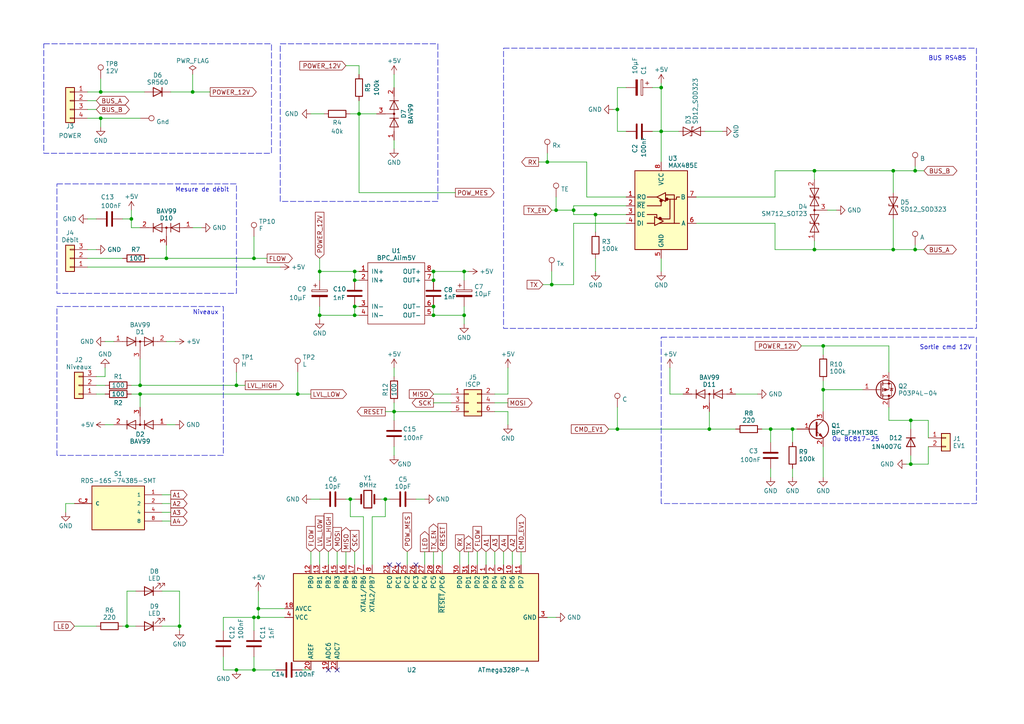
<source format=kicad_sch>
(kicad_sch (version 20230121) (generator eeschema)
  (paper "A4")
  (title_block (title "Esclave Oya AT328") (date "2025-03-02") (rev "Rev A") (company "BPC") (comment 1 "Alim 12V - Bus RS485 - cmd EV/Pompe - Niveaux - Débit") (comment 2 "Mesure alim"))
  (junction (at 265.43 49.53))
  (junction (at 172.72 62.23))
  (junction (at 55.88 26.67))
  (junction (at 179.07 31.75))
  (junction (at 134.62 78.74))
  (junction (at 38.1 63.5))
  (junction (at 134.62 91.44))
  (junction (at 74.93 179.07))
  (junction (at 191.77 25.4))
  (junction (at 191.77 38.1))
  (junction (at 29.21 34.29))
  (junction (at 111.76 144.78))
  (junction (at 36.83 181.61))
  (junction (at 114.3 119.38))
  (junction (at 29.21 26.67))
  (junction (at 40.64 111.76))
  (junction (at 73.66 179.07))
  (junction (at 259.08 72.39))
  (junction (at 40.64 114.3))
  (junction (at 74.93 176.53))
  (junction (at 125.73 91.44))
  (junction (at 223.52 124.46))
  (junction (at 265.43 72.39))
  (junction (at 52.07 181.61))
  (junction (at 160.02 82.55))
  (junction (at 102.87 88.9))
  (junction (at 166.37 60.96))
  (junction (at 92.71 78.74))
  (junction (at 101.6 144.78))
  (junction (at 158.75 46.99))
  (junction (at 179.07 124.46))
  (junction (at 102.87 81.28))
  (junction (at 125.73 88.9))
  (junction (at 229.87 124.46))
  (junction (at 73.66 74.93))
  (junction (at 125.73 81.28))
  (junction (at 264.16 134.62))
  (junction (at 236.22 49.53))
  (junction (at 48.26 74.93))
  (junction (at 236.22 72.39))
  (junction (at 125.73 78.74))
  (junction (at 259.08 49.53))
  (junction (at 102.87 91.44))
  (junction (at 73.66 194.31))
  (junction (at 92.71 91.44))
  (junction (at 86.36 114.3))
  (junction (at 102.87 78.74))
  (junction (at 68.58 194.31))
  (junction (at 68.58 111.76))
  (junction (at 161.29 60.96))
  (junction (at 238.76 100.33))
  (junction (at 238.76 113.03))
  (junction (at 205.74 124.46))
  (junction (at 104.14 33.02))
  (junction (at 264.16 121.92))
  (no_connect (at 97.79 194.31))
  (no_connect (at 120.65 163.83))
  (no_connect (at 115.57 163.83))
  (no_connect (at 113.03 163.83))
  (no_connect (at 95.25 194.31))
  (wire (pts (xy 55.88 26.67) (xy 60.96 26.67)))
  (wire (pts (xy 140.97 160.02) (xy 140.97 163.83)))
  (wire (pts (xy 40.64 111.76) (xy 38.1 111.76)))
  (wire (pts (xy 36.83 171.45) (xy 39.37 171.45)))
  (wire (pts (xy 265.43 48.26) (xy 265.43 49.53)))
  (wire (pts (xy 36.83 181.61) (xy 39.37 181.61)))
  (wire (pts (xy 102.87 88.9) (xy 104.14 88.9)))
  (wire (pts (xy 35.56 63.5) (xy 38.1 63.5)))
  (wire (pts (xy 38.1 114.3) (xy 40.64 114.3)))
  (wire (pts (xy 104.14 33.02) (xy 109.22 33.02)))
  (wire (pts (xy 158.75 46.99) (xy 170.18 46.99)))
  (wire (pts (xy 25.4 77.47) (xy 81.28 77.47)))
  (wire (pts (xy 102.87 78.74) (xy 104.14 78.74)))
  (wire (pts (xy 161.29 60.96) (xy 166.37 60.96)))
  (wire (pts (xy 30.48 106.68) (xy 30.48 109.22)))
  (wire (pts (xy 143.51 114.3) (xy 147.32 114.3)))
  (wire (pts (xy 179.07 31.75) (xy 179.07 25.4)))
  (wire (pts (xy 143.51 160.02) (xy 143.51 163.83)))
  (wire (pts (xy 30.48 111.76) (xy 27.94 111.76)))
  (wire (pts (xy 134.62 93.98) (xy 134.62 91.44)))
  (wire (pts (xy 21.59 181.61) (xy 27.94 181.61)))
  (wire (pts (xy 64.77 194.31) (xy 64.77 190.5)))
  (wire (pts (xy 102.87 160.02) (xy 102.87 163.83)))
  (wire (pts (xy 105.41 163.83) (xy 105.41 149.86)))
  (wire (pts (xy 194.31 114.3) (xy 198.12 114.3)))
  (wire (pts (xy 105.41 149.86) (xy 101.6 149.86)))
  (wire (pts (xy 92.71 78.74) (xy 102.87 78.74)))
  (wire (pts (xy 55.88 66.04) (xy 58.42 66.04)))
  (wire (pts (xy 238.76 129.54) (xy 238.76 138.43)))
  (wire (pts (xy 125.73 78.74) (xy 134.62 78.74)))
  (wire (pts (xy 25.4 26.67) (xy 29.21 26.67)))
  (wire (pts (xy 114.3 21.59) (xy 114.3 25.4)))
  (wire (pts (xy 100.33 160.02) (xy 100.33 163.83)))
  (wire (pts (xy 25.4 63.5) (xy 27.94 63.5)))
  (wire (pts (xy 120.65 144.78) (xy 123.19 144.78)))
  (wire (pts (xy 104.14 55.88) (xy 132.08 55.88)))
  (wire (pts (xy 25.4 74.93) (xy 35.56 74.93)))
  (wire (pts (xy 35.56 181.61) (xy 36.83 181.61)))
  (wire (pts (xy 48.26 123.19) (xy 50.8 123.19)))
  (wire (pts (xy 101.6 149.86) (xy 101.6 144.78)))
  (wire (pts (xy 143.51 119.38) (xy 147.32 119.38)))
  (wire (pts (xy 191.77 38.1) (xy 196.85 38.1)))
  (wire (pts (xy 40.64 114.3) (xy 40.64 118.11)))
  (wire (pts (xy 158.75 179.07) (xy 161.29 179.07)))
  (wire (pts (xy 224.79 72.39) (xy 224.79 64.77)))
  (wire (pts (xy 170.18 46.99) (xy 170.18 57.15)))
  (wire (pts (xy 29.21 36.83) (xy 29.21 34.29)))
  (wire (pts (xy 29.21 22.86) (xy 29.21 26.67)))
  (wire (pts (xy 92.71 160.02) (xy 92.71 163.83)))
  (wire (pts (xy 191.77 25.4) (xy 191.77 38.1)))
  (wire (pts (xy 238.76 100.33) (xy 238.76 102.87)))
  (wire (pts (xy 160.02 82.55) (xy 166.37 82.55)))
  (wire (pts (xy 143.51 116.84) (xy 147.32 116.84)))
  (wire (pts (xy 73.66 68.58) (xy 73.66 74.93)))
  (wire (pts (xy 265.43 72.39) (xy 267.97 72.39)))
  (wire (pts (xy 68.58 111.76) (xy 71.12 111.76)))
  (wire (pts (xy 123.19 160.02) (xy 123.19 163.83)))
  (wire (pts (xy 161.29 57.15) (xy 161.29 60.96)))
  (wire (pts (xy 262.89 134.62) (xy 264.16 134.62)))
  (wire (pts (xy 189.23 38.1) (xy 191.77 38.1)))
  (wire (pts (xy 104.14 55.88) (xy 104.14 33.02)))
  (wire (pts (xy 36.83 181.61) (xy 36.83 171.45)))
  (wire (pts (xy 134.62 78.74) (xy 135.89 78.74)))
  (wire (pts (xy 125.73 160.02) (xy 125.73 163.83)))
  (wire (pts (xy 125.73 88.9) (xy 125.73 91.44)))
  (wire (pts (xy 257.81 107.95) (xy 257.81 100.33)))
  (wire (pts (xy 43.18 74.93) (xy 48.26 74.93)))
  (wire (pts (xy 259.08 72.39) (xy 265.43 72.39)))
  (wire (pts (xy 128.27 160.02) (xy 128.27 163.83)))
  (wire (pts (xy 102.87 88.9) (xy 102.87 91.44)))
  (wire (pts (xy 191.77 74.93) (xy 191.77 78.74)))
  (wire (pts (xy 104.14 29.21) (xy 104.14 33.02)))
  (wire (pts (xy 25.4 29.21) (xy 27.94 29.21)))
  (wire (pts (xy 204.47 38.1) (xy 209.55 38.1)))
  (wire (pts (xy 107.95 149.86) (xy 111.76 149.86)))
  (wire (pts (xy 114.3 119.38) (xy 114.3 121.92)))
  (wire (pts (xy 265.43 71.12) (xy 265.43 72.39)))
  (wire (pts (xy 111.76 119.38) (xy 114.3 119.38)))
  (wire (pts (xy 146.05 160.02) (xy 146.05 163.83)))
  (wire (pts (xy 259.08 63.5) (xy 259.08 72.39)))
  (wire (pts (xy 125.73 116.84) (xy 130.81 116.84)))
  (wire (pts (xy 181.61 38.1) (xy 179.07 38.1)))
  (wire (pts (xy 49.53 26.67) (xy 55.88 26.67)))
  (wire (pts (xy 179.07 118.11) (xy 179.07 124.46)))
  (wire (pts (xy 38.1 63.5) (xy 38.1 66.04)))
  (wire (pts (xy 111.76 149.86) (xy 111.76 144.78)))
  (wire (pts (xy 90.17 160.02) (xy 90.17 163.83)))
  (wire (pts (xy 179.07 25.4) (xy 181.61 25.4)))
  (wire (pts (xy 73.66 74.93) (xy 77.47 74.93)))
  (wire (pts (xy 33.02 99.06) (xy 30.48 99.06)))
  (wire (pts (xy 236.22 49.53) (xy 259.08 49.53)))
  (wire (pts (xy 95.25 160.02) (xy 95.25 163.83)))
  (wire (pts (xy 223.52 135.89) (xy 223.52 138.43)))
  (wire (pts (xy 25.4 72.39) (xy 27.94 72.39)))
  (wire (pts (xy 90.17 33.02) (xy 93.98 33.02)))
  (wire (pts (xy 107.95 163.83) (xy 107.95 149.86)))
  (wire (pts (xy 73.66 182.88) (xy 73.66 179.07)))
  (wire (pts (xy 160.02 78.74) (xy 160.02 82.55)))
  (wire (pts (xy 92.71 92.71) (xy 92.71 91.44)))
  (wire (pts (xy 74.93 179.07) (xy 82.55 179.07)))
  (wire (pts (xy 92.71 81.28) (xy 92.71 78.74)))
  (wire (pts (xy 229.87 124.46) (xy 231.14 124.46)))
  (wire (pts (xy 114.3 109.22) (xy 114.3 106.68)))
  (wire (pts (xy 27.94 114.3) (xy 30.48 114.3)))
  (wire (pts (xy 100.33 19.05) (xy 104.14 19.05)))
  (wire (pts (xy 191.77 24.13) (xy 191.77 25.4)))
  (wire (pts (xy 205.74 124.46) (xy 213.36 124.46)))
  (wire (pts (xy 269.24 127) (xy 269.24 121.92)))
  (wire (pts (xy 138.43 160.02) (xy 138.43 163.83)))
  (wire (pts (xy 238.76 113.03) (xy 250.19 113.03)))
  (wire (pts (xy 48.26 71.12) (xy 48.26 74.93)))
  (wire (pts (xy 38.1 66.04) (xy 40.64 66.04)))
  (wire (pts (xy 269.24 129.54) (xy 269.24 134.62)))
  (wire (pts (xy 166.37 59.69) (xy 166.37 60.96)))
  (wire (pts (xy 236.22 49.53) (xy 236.22 52.07)))
  (wire (pts (xy 86.36 114.3) (xy 90.17 114.3)))
  (wire (pts (xy 201.93 64.77) (xy 224.79 64.77)))
  (wire (pts (xy 40.64 111.76) (xy 68.58 111.76)))
  (wire (pts (xy 87.63 194.31) (xy 90.17 194.31)))
  (wire (pts (xy 179.07 124.46) (xy 205.74 124.46)))
  (wire (pts (xy 177.8 31.75) (xy 179.07 31.75)))
  (wire (pts (xy 68.58 107.95) (xy 68.58 111.76)))
  (wire (pts (xy 172.72 74.93) (xy 172.72 78.74)))
  (wire (pts (xy 229.87 135.89) (xy 229.87 138.43)))
  (wire (pts (xy 52.07 171.45) (xy 52.07 181.61)))
  (wire (pts (xy 55.88 21.59) (xy 55.88 26.67)))
  (wire (pts (xy 201.93 57.15) (xy 224.79 57.15)))
  (wire (pts (xy 147.32 114.3) (xy 147.32 106.68)))
  (wire (pts (xy 114.3 129.54) (xy 114.3 132.08)))
  (wire (pts (xy 259.08 49.53) (xy 259.08 55.88)))
  (wire (pts (xy 236.22 72.39) (xy 224.79 72.39)))
  (wire (pts (xy 147.32 119.38) (xy 147.32 123.19)))
  (wire (pts (xy 40.64 104.14) (xy 40.64 111.76)))
  (wire (pts (xy 166.37 62.23) (xy 172.72 62.23)))
  (wire (pts (xy 259.08 49.53) (xy 265.43 49.53)))
  (wire (pts (xy 30.48 109.22) (xy 27.94 109.22)))
  (wire (pts (xy 134.62 88.9) (xy 134.62 91.44)))
  (wire (pts (xy 176.53 124.46) (xy 179.07 124.46)))
  (wire (pts (xy 238.76 110.49) (xy 238.76 113.03)))
  (wire (pts (xy 64.77 179.07) (xy 64.77 182.88)))
  (wire (pts (xy 25.4 31.75) (xy 27.94 31.75)))
  (wire (pts (xy 223.52 124.46) (xy 223.52 128.27)))
  (wire (pts (xy 264.16 121.92) (xy 264.16 124.46)))
  (wire (pts (xy 40.64 114.3) (xy 86.36 114.3)))
  (wire (pts (xy 30.48 123.19) (xy 33.02 123.19)))
  (wire (pts (xy 224.79 57.15) (xy 224.79 49.53)))
  (wire (pts (xy 213.36 114.3) (xy 219.71 114.3)))
  (wire (pts (xy 166.37 59.69) (xy 181.61 59.69)))
  (wire (pts (xy 160.02 60.96) (xy 161.29 60.96)))
  (wire (pts (xy 102.87 91.44) (xy 104.14 91.44)))
  (wire (pts (xy 74.93 171.45) (xy 74.93 176.53)))
  (wire (pts (xy 240.03 60.96) (xy 242.57 60.96)))
  (wire (pts (xy 50.8 99.06) (xy 48.26 99.06)))
  (wire (pts (xy 92.71 91.44) (xy 92.71 88.9)))
  (wire (pts (xy 90.17 144.78) (xy 92.71 144.78)))
  (wire (pts (xy 166.37 64.77) (xy 181.61 64.77)))
  (wire (pts (xy 224.79 49.53) (xy 236.22 49.53)))
  (wire (pts (xy 189.23 25.4) (xy 191.77 25.4)))
  (wire (pts (xy 194.31 106.68) (xy 194.31 114.3)))
  (wire (pts (xy 229.87 124.46) (xy 229.87 128.27)))
  (wire (pts (xy 73.66 179.07) (xy 74.93 179.07)))
  (wire (pts (xy 238.76 100.33) (xy 257.81 100.33)))
  (wire (pts (xy 73.66 190.5) (xy 73.66 194.31)))
  (wire (pts (xy 265.43 49.53) (xy 267.97 49.53)))
  (wire (pts (xy 100.33 144.78) (xy 101.6 144.78)))
  (wire (pts (xy 82.55 176.53) (xy 74.93 176.53)))
  (wire (pts (xy 257.81 118.11) (xy 257.81 121.92)))
  (wire (pts (xy 118.11 160.02) (xy 118.11 163.83)))
  (wire (pts (xy 264.16 132.08) (xy 264.16 134.62)))
  (wire (pts (xy 21.59 146.05) (xy 19.05 146.05)))
  (wire (pts (xy 156.21 46.99) (xy 158.75 46.99)))
  (wire (pts (xy 110.49 144.78) (xy 111.76 144.78)))
  (wire (pts (xy 73.66 179.07) (xy 64.77 179.07)))
  (wire (pts (xy 19.05 146.05) (xy 19.05 148.59)))
  (wire (pts (xy 133.35 160.02) (xy 133.35 163.83)))
  (wire (pts (xy 97.79 160.02) (xy 97.79 163.83)))
  (wire (pts (xy 172.72 62.23) (xy 181.61 62.23)))
  (wire (pts (xy 114.3 40.64) (xy 114.3 43.18)))
  (wire (pts (xy 68.58 194.31) (xy 73.66 194.31)))
  (wire (pts (xy 46.99 148.59) (xy 49.53 148.59)))
  (wire (pts (xy 46.99 181.61) (xy 52.07 181.61)))
  (wire (pts (xy 114.3 116.84) (xy 114.3 119.38)))
  (wire (pts (xy 104.14 19.05) (xy 104.14 21.59)))
  (wire (pts (xy 38.1 60.96) (xy 38.1 63.5)))
  (wire (pts (xy 158.75 44.45) (xy 158.75 46.99)))
  (wire (pts (xy 125.73 78.74) (xy 125.73 81.28)))
  (wire (pts (xy 92.71 74.93) (xy 92.71 78.74)))
  (wire (pts (xy 269.24 121.92) (xy 264.16 121.92)))
  (wire (pts (xy 172.72 62.23) (xy 172.72 67.31)))
  (wire (pts (xy 46.99 143.51) (xy 49.53 143.51)))
  (wire (pts (xy 46.99 151.13) (xy 49.53 151.13)))
  (wire (pts (xy 264.16 121.92) (xy 257.81 121.92)))
  (wire (pts (xy 264.16 134.62) (xy 269.24 134.62)))
  (wire (pts (xy 125.73 91.44) (xy 134.62 91.44)))
  (wire (pts (xy 29.21 26.67) (xy 41.91 26.67)))
  (wire (pts (xy 101.6 144.78) (xy 102.87 144.78)))
  (wire (pts (xy 29.21 34.29) (xy 25.4 34.29)))
  (wire (pts (xy 151.13 160.02) (xy 151.13 163.83)))
  (wire (pts (xy 74.93 176.53) (xy 74.93 179.07)))
  (wire (pts (xy 46.99 171.45) (xy 52.07 171.45)))
  (wire (pts (xy 86.36 107.95) (xy 86.36 114.3)))
  (wire (pts (xy 223.52 124.46) (xy 229.87 124.46)))
  (wire (pts (xy 52.07 181.61) (xy 52.07 182.88)))
  (wire (pts (xy 102.87 78.74) (xy 102.87 81.28)))
  (wire (pts (xy 157.48 82.55) (xy 160.02 82.55)))
  (wire (pts (xy 114.3 119.38) (xy 130.81 119.38)))
  (wire (pts (xy 46.99 146.05) (xy 49.53 146.05)))
  (wire (pts (xy 166.37 60.96) (xy 166.37 62.23)))
  (wire (pts (xy 191.77 38.1) (xy 191.77 46.99)))
  (wire (pts (xy 125.73 114.3) (xy 130.81 114.3)))
  (wire (pts (xy 166.37 82.55) (xy 166.37 64.77)))
  (wire (pts (xy 134.62 78.74) (xy 134.62 81.28)))
  (wire (pts (xy 238.76 113.03) (xy 238.76 119.38)))
  (wire (pts (xy 148.59 160.02) (xy 148.59 163.83)))
  (wire (pts (xy 92.71 91.44) (xy 102.87 91.44)))
  (wire (pts (xy 68.58 194.31) (xy 64.77 194.31)))
  (wire (pts (xy 48.26 74.93) (xy 73.66 74.93)))
  (wire (pts (xy 179.07 38.1) (xy 179.07 31.75)))
  (wire (pts (xy 40.64 34.29) (xy 29.21 34.29)))
  (wire (pts (xy 205.74 119.38) (xy 205.74 124.46)))
  (wire (pts (xy 135.89 160.02) (xy 135.89 163.83)))
  (wire (pts (xy 236.22 69.85) (xy 236.22 72.39)))
  (wire (pts (xy 73.66 194.31) (xy 80.01 194.31)))
  (wire (pts (xy 111.76 144.78) (xy 113.03 144.78)))
  (wire (pts (xy 232.41 100.33) (xy 238.76 100.33)))
  (wire (pts (xy 102.87 81.28) (xy 104.14 81.28)))
  (wire (pts (xy 181.61 57.15) (xy 170.18 57.15)))
  (wire (pts (xy 101.6 33.02) (xy 104.14 33.02)))
  (wire (pts (xy 236.22 72.39) (xy 259.08 72.39)))
  (wire (pts (xy 220.98 124.46) (xy 223.52 124.46)))
  (rectangle (start 191.77 97.79) (end 283.21 146.05) (stroke (width 0) (type dash)))
  (rectangle (start 16.51 88.9) (end 64.77 132.08) (stroke (width 0) (type dash)))
  (rectangle (start 146.05 13.97) (end 283.21 95.25) (stroke (width 0) (type dash)))
  (rectangle (start 12.7 12.7) (end 78.74 44.45) (stroke (width 0) (type dash)))
  (rectangle (start 81.28 12.7) (end 127 58.42) (stroke (width 0) (type dash)))
  (rectangle (start 16.51 53.34) (end 68.58 85.09) (stroke (width 0) (type dash)))
  (text "BUS RS485" (at 269.24 17.78 0) (effects (font (size 1.27 1.27)) (justify left bottom)))
  (text "Sortie cmd 12V" (at 266.7 101.6 0) (effects (font (size 1.27 1.27)) (justify left bottom)))
  (text "Mesure de débit" (at 50.8 55.88 0) (effects (font (size 1.27 1.27)) (justify left bottom)))
  (text "Ou BC817-25" (at 241.3 128.27 0) (effects (font (size 1.27 1.27)) (justify left bottom)))
  (text "Niveaux" (at 55.88 91.44 0) (effects (font (size 1.27 1.27)) (justify left bottom)))
  (global_label "LED" (shape output) (at 123.19 160.02 90) (property "Intersheetrefs" "${INTERSHEET_REFS}" (effects hide)))
  (global_label "SCK" (shape output) (at 125.73 116.84 180) (property "Intersheetrefs" "${INTERSHEET_REFS}" (effects hide)))
  (global_label "FLOW" (shape output) (at 77.47 74.93 0) (property "Intersheetrefs" "${INTERSHEET_REFS}" (effects hide)))
  (global_label "MOSI" (shape output) (at 147.32 116.84 0) (property "Intersheetrefs" "${INTERSHEET_REFS}" (effects hide)))
  (global_label "A1" (shape output) (at 49.53 143.51 0) (property "Intersheetrefs" "${INTERSHEET_REFS}" (effects hide)))
  (global_label "BUS_B" (shape tri_state) (at 27.94 31.75 0) (property "Intersheetrefs" "${INTERSHEET_REFS}" (effects hide)))
  (global_label "BUS_B" (shape tri_state) (at 267.97 49.53 0) (property "Intersheetrefs" "${INTERSHEET_REFS}" (effects hide)))
  (global_label "POWER_12V" (shape input) (at 100.33 19.05 180) (property "Intersheetrefs" "${INTERSHEET_REFS}" (effects hide)))
  (global_label "MOSI" (shape input) (at 97.79 160.02 90) (property "Intersheetrefs" "${INTERSHEET_REFS}" (effects hide)))
  (global_label "LVL_LOW" (shape input) (at 92.71 160.02 90) (property "Intersheetrefs" "${INTERSHEET_REFS}" (effects hide)))
  (global_label "CMD_EV1" (shape input) (at 176.53 124.46 180) (property "Intersheetrefs" "${INTERSHEET_REFS}" (effects hide)))
  (global_label "BUS_A" (shape tri_state) (at 267.97 72.39 0) (property "Intersheetrefs" "${INTERSHEET_REFS}" (effects hide)))
  (global_label "TX_EN" (shape output) (at 125.73 160.02 90) (property "Intersheetrefs" "${INTERSHEET_REFS}" (effects hide)))
  (global_label "A2" (shape output) (at 49.53 146.05 0) (property "Intersheetrefs" "${INTERSHEET_REFS}" (effects hide)))
  (global_label "A3" (shape input) (at 143.51 160.02 90) (property "Intersheetrefs" "${INTERSHEET_REFS}" (effects hide)))
  (global_label "FLOW" (shape input) (at 138.43 160.02 90) (property "Intersheetrefs" "${INTERSHEET_REFS}" (effects hide)))
  (global_label "POW_MES" (shape output) (at 132.08 55.88 0) (property "Intersheetrefs" "${INTERSHEET_REFS}" (effects hide)))
  (global_label "LVL_HIGH" (shape input) (at 95.25 160.02 90) (property "Intersheetrefs" "${INTERSHEET_REFS}" (effects hide)))
  (global_label "BUS_A" (shape tri_state) (at 27.94 29.21 0) (property "Intersheetrefs" "${INTERSHEET_REFS}" (effects hide)))
  (global_label "MISO" (shape input) (at 125.73 114.3 180) (property "Intersheetrefs" "${INTERSHEET_REFS}" (effects hide)))
  (global_label "POWER_12V" (shape input) (at 92.71 74.93 90) (property "Intersheetrefs" "${INTERSHEET_REFS}" (effects hide)))
  (global_label "MISO" (shape output) (at 100.33 160.02 90) (property "Intersheetrefs" "${INTERSHEET_REFS}" (effects hide)))
  (global_label "RESET" (shape input) (at 128.27 160.02 90) (property "Intersheetrefs" "${INTERSHEET_REFS}" (effects hide)))
  (global_label "RX" (shape output) (at 156.21 46.99 180) (property "Intersheetrefs" "${INTERSHEET_REFS}" (effects hide)))
  (global_label "POW_MES" (shape input) (at 118.11 160.02 90) (property "Intersheetrefs" "${INTERSHEET_REFS}" (effects hide)))
  (global_label "TX" (shape output) (at 135.89 160.02 90) (property "Intersheetrefs" "${INTERSHEET_REFS}" (effects hide)))
  (global_label "A1" (shape input) (at 140.97 160.02 90) (property "Intersheetrefs" "${INTERSHEET_REFS}" (effects hide)))
  (global_label "POWER_12V" (shape output) (at 60.96 26.67 0) (property "Intersheetrefs" "${INTERSHEET_REFS}" (effects hide)))
  (global_label "A2" (shape input) (at 148.59 160.02 90) (property "Intersheetrefs" "${INTERSHEET_REFS}" (effects hide)))
  (global_label "RX" (shape input) (at 133.35 160.02 90) (property "Intersheetrefs" "${INTERSHEET_REFS}" (effects hide)))
  (global_label "SCK" (shape input) (at 102.87 160.02 90) (property "Intersheetrefs" "${INTERSHEET_REFS}" (effects hide)))
  (global_label "LVL_LOW" (shape output) (at 90.17 114.3 0) (property "Intersheetrefs" "${INTERSHEET_REFS}" (effects hide)))
  (global_label "TX_EN" (shape input) (at 160.02 60.96 180) (property "Intersheetrefs" "${INTERSHEET_REFS}" (effects hide)))
  (global_label "TX" (shape input) (at 157.48 82.55 180) (property "Intersheetrefs" "${INTERSHEET_REFS}" (effects hide)))
  (global_label "RESET" (shape output) (at 111.76 119.38 180) (property "Intersheetrefs" "${INTERSHEET_REFS}" (effects hide)))
  (global_label "CMD_EV1" (shape output) (at 151.13 160.02 90) (property "Intersheetrefs" "${INTERSHEET_REFS}" (effects hide)))
  (global_label "LED" (shape input) (at 21.59 181.61 180) (property "Intersheetrefs" "${INTERSHEET_REFS}" (effects hide)))
  (global_label "A3" (shape output) (at 49.53 148.59 0) (property "Intersheetrefs" "${INTERSHEET_REFS}" (effects hide)))
  (global_label "A4" (shape input) (at 146.05 160.02 90) (property "Intersheetrefs" "${INTERSHEET_REFS}" (effects hide)))
  (global_label "A4" (shape output) (at 49.53 151.13 0) (property "Intersheetrefs" "${INTERSHEET_REFS}" (effects hide)))
  (global_label "POWER_12V" (shape input) (at 232.41 100.33 180) (property "Intersheetrefs" "${INTERSHEET_REFS}" (effects hide)))
  (global_label "FLOW" (shape input) (at 90.17 160.02 90) (property "Intersheetrefs" "${INTERSHEET_REFS}" (effects hide)))
  (global_label "LVL_HIGH" (shape output) (at 71.12 111.76 0) (property "Intersheetrefs" "${INTERSHEET_REFS}" (effects hide)))
  (symbol (lib_id "Device:C") (at 83.82 194.31 90) (unit 1)
    (property "Reference" "C14" (at 82.55 195.58 90) (effects (justify left)))
    (property "Value" "100nF" (at 91.44 195.58 90) (effects (justify left)))
    (property "Footprint" "Capacitor_SMD:C_0805_2012Metric" (effects hide))
    (property "RefFabricant" "C0603C104K1RACTU" (effects hide))
    (property "RefFournisseur" "4199453" (effects hide))
    (property "Fabricant" "KEMET" (effects hide))
    (property "Fournisseur" "Farnell" (effects hide))
    (property "Description" "Condensateur céramique 100nF" (effects hide))
    (property "Price" "0,42" (effects hide))
  )
  (symbol (lib_id "Diode:BAV99") (at 205.74 114.3 0) (mirror y) (unit 1)
    (property "Reference" "D11" (at 205.74 111.5234 0))
    (property "Value" "BAV99" (at 205.74 109.4754 0))
    (property "Footprint" "Package_TO_SOT_SMD:SOT-23" (effects hide))
    (property "Datasheet" "https://assets.nexperia.com/documents/data-sheet/BAV99_SER.pdf" (effects hide))
    (property "RefFabricant" "BAV99" (effects hide))
    (property "RefFournisseur" "2675152" (effects hide))
    (property "Fabricant" "MULTICOMP PRO" (effects hide))
    (property "Fournisseur" "Farnell" (effects hide))
    (property "Description" "Diodes signaux faibles" (effects hide))
    (property "Price" "0,0994" (effects hide))
  )
  (symbol (lib_id "power:+5V") (at 147.32 106.68 0) (unit 1)
    (property "Reference" "#PWR038" (effects hide))
    (property "Value" "+5V" (at 147.32 102.735 0))
  )
  (symbol (lib_id "power:GND") (at 114.3 132.08 0) (unit 1)
    (property "Reference" "#PWR026" (effects hide))
    (property "Value" "GND" (at 119.38 134.62 0) (effects (justify right)))
  )
  (symbol (lib_id "Device:R") (at 114.3 113.03 180) (unit 1)
    (property "Reference" "R12" (at 111.76 113.03 90))
    (property "Value" "100" (at 114.3 113.03 90))
    (property "Footprint" "Resistor_SMD:R_0805_2012Metric_Pad1.20x1.40mm_HandSolder" (effects hide))
    (property "RefFabricant" "CRCW0805100RFKTA" (effects hide))
    (property "RefFournisseur" "1652906" (effects hide))
    (property "Fabricant" "VISHAY" (effects hide))
    (property "Fournisseur" "Farnell" (effects hide))
    (property "Description" "Résistance 100 Ohms" (effects hide))
    (property "Price" "0,0522" (effects hide))
  )
  (symbol (lib_id "bpc:BPC_RDS-16S-74385-SMT") (at 34.29 146.05 0) (unit 1)
    (property "Reference" "S1" (at 34.29 137.39 0))
    (property "Value" "RDS-16S-74385-SMT" (at 34.29 139.438 0))
    (property "Footprint" "bpc:BPC_RDS-16S-74385-SMT" (effects hide))
    (property "MF" "CUI Devices" (effects hide))
    (property "MAXIMUM_PACKAGE_HEIGHT" "8.35mm" (effects hide))
    (property "Package" "None" (effects hide))
    (property "Price" "2,76" (effects hide))
    (property "Check_prices" "https://www.snapeda.com/parts/RDS-16S-74385-SMT/CUI+Devices/view-part/?ref=eda" (effects hide))
    (property "STANDARD" "Manufacturer Recommendations" (effects hide))
    (property "PARTREV" "1.0" (effects hide))
    (property "SnapEDA_Link" "https://www.snapeda.com/parts/RDS-16S-74385-SMT/CUI+Devices/view-part/?ref=snap" (effects hide))
    (property "MP" "RDS-16S-74385-SMT" (effects hide))
    (property "Description" "Switch rotatif 16 positions" (effects hide))
    (property "CUI_purchase_URL" "https://www.cuidevices.com/product/switches/dip-switches/rds-16s-74385-smt?utm_source=snapeda.com&utm_medium=referral&utm_campaign=snapedaBOM" (effects hide))
    (property "Availability" "In Stock" (effects hide))
    (property "MANUFACTURER" "CUI Devices" (effects hide))
    (property "RefFabricant" "RDS-16S-74385-SMT-TR" (effects hide))
    (property "Fabricant" "CUI Devices" (effects hide))
    (property "Purchase-URL" "https://www.digikey.at/en/products/detail/cui-devices/RDS-16S-74385-SMT-TR/13530571" (effects hide))
    (property "Fournisseur" "Digikey" (effects hide))
  )
  (symbol (lib_id "power:GND") (at 52.07 182.88 0) (unit 1)
    (property "Reference" "#PWR017" (effects hide))
    (property "Value" "GND" (at 52.07 186.825 0))
  )
  (symbol (lib_id "bpc:BPC_FMMT38C") (at 236.22 124.46 0) (unit 1)
    (property "Reference" "Q1" (at 241.0714 123.436 0) (effects (justify left)))
    (property "Value" "BPC_FMMT38C" (at 241.0714 125.484 0) (effects (justify left)))
    (property "Footprint" "bpc:BPC_SOT-23-3" (effects hide))
    (property "RefFabricant" "FMMT38C" (effects hide))
    (property "RefFournisseur" "9526315" (effects hide))
    (property "Fabricant" "DIODES" (effects hide))
    (property "Fournisseur" "Farnell" (effects hide))
    (property "Description" "Transistor NPN" (effects hide))
    (property "Price" "1,1844" (effects hide))
  )
  (symbol (lib_id "power:GND") (at 229.87 138.43 0) (unit 1)
    (property "Reference" "#PWR030" (effects hide))
    (property "Value" "GND" (at 229.87 142.375 0))
  )
  (symbol (lib_id "power:GND") (at 123.19 144.78 90) (unit 1)
    (property "Reference" "#PWR034" (effects hide))
    (property "Value" "GND" (at 126.365 144.78 90) (effects (justify right)))
  )
  (symbol (lib_id "Device:R") (at 104.14 25.4 180) (unit 1)
    (property "Reference" "R5" (at 106.68 25.4 90))
    (property "Value" "100k" (at 109.22 25.4 90))
    (property "Footprint" "Resistor_SMD:R_0805_2012Metric_Pad1.20x1.40mm_HandSolder" (effects hide))
    (property "RefFabricant" "MCHVR05JTEW1003" (effects hide))
    (property "RefFournisseur" "2826073" (effects hide))
    (property "Fabricant" "MULTICOMP PRO" (effects hide))
    (property "Fournisseur" "Farnell" (effects hide))
    (property "Description" "Résistance 100 kOhms" (effects hide))
    (property "Price" "0,0522" (effects hide))
  )
  (symbol (lib_id "Device:LED") (at 43.18 181.61 180) (unit 1)
    (property "Reference" "D9" (at 44.7675 175.871 0))
    (property "Value" "LED" (at 44.7675 177.919 0))
    (property "Footprint" "LED_SMD:LED_0805_2012Metric_Pad1.15x1.40mm_HandSolder" (effects hide))
    (property "RefFabricant" "SML-D14VWT86C" (effects hide))
    (property "RefFournisseur" "2829438" (effects hide))
    (property "Fabricant" "ROHM" (effects hide))
    (property "Fournisseur" "Farnell" (effects hide))
    (property "Description" "LED rouge 805" (effects hide))
    (property "Price" "0,4992" (effects hide))
  )
  (symbol (lib_id "Device:C") (at 223.52 132.08 0) (unit 1)
    (property "Reference" "C3" (at 217.17 130.81 0) (effects (justify left)))
    (property "Value" "100nF" (at 214.63 133.35 0) (effects (justify left)))
    (property "Footprint" "Capacitor_SMD:C_0805_2012Metric" (effects hide))
    (property "RefFabricant" "C0603C104K1RACTU" (effects hide))
    (property "RefFournisseur" "4199453" (effects hide))
    (property "Fabricant" "KEMET" (effects hide))
    (property "Fournisseur" "Farnell" (effects hide))
    (property "Description" "Condensateur céramique 100nF" (effects hide))
    (property "Price" "0,42" (effects hide))
  )
  (symbol (lib_id "Connector:TestPoint") (at 73.66 68.58 0) (unit 1)
    (property "Reference" "TP10" (at 75.057 64.254 0) (effects (justify left)))
    (property "Value" "F" (at 75.057 66.302 0) (effects (justify left)))
    (property "Footprint" "TestPoint:TestPoint_Pad_D1.0mm" (effects hide))
    (property "Price" "0" (effects hide))
  )
  (symbol (lib_id "power:GND") (at 114.3 43.18 0) (unit 1)
    (property "Reference" "#PWR016" (effects hide))
    (property "Value" "GND" (at 114.3 47.125 0))
  )
  (symbol (lib_id "Diode:BAV99") (at 48.26 66.04 0) (mirror y) (unit 1)
    (property "Reference" "D10" (at 48.26 63.2634 0))
    (property "Value" "BAV99" (at 48.26 61.2154 0))
    (property "Footprint" "Package_TO_SOT_SMD:SOT-23" (effects hide))
    (property "Datasheet" "https://assets.nexperia.com/documents/data-sheet/BAV99_SER.pdf" (effects hide))
    (property "RefFabricant" "BAV99" (effects hide))
    (property "RefFournisseur" "2675152" (effects hide))
    (property "Fabricant" "MULTICOMP PRO" (effects hide))
    (property "Fournisseur" "Farnell" (effects hide))
    (property "Description" "Diodes signaux faibles" (effects hide))
    (property "Price" "0,0994" (effects hide))
  )
  (symbol (lib_id "power:PWR_FLAG") (at 55.88 21.59 0) (unit 1)
    (property "Reference" "#FLG02" (effects hide))
    (property "Value" "PWR_FLAG" (at 55.88 17.645 0))
  )
  (symbol (lib_id "power:+5V") (at 191.77 24.13 0) (unit 1)
    (property "Reference" "#PWR04" (effects hide))
    (property "Value" "+5V" (at 191.77 20.185 0))
  )
  (symbol (lib_id "power:GND") (at 29.21 36.83 0) (unit 1)
    (property "Reference" "#PWR013" (effects hide))
    (property "Value" "GND" (at 29.21 40.775 0))
  )
  (symbol (lib_id "power:+5V") (at 30.48 123.19 90) (unit 1)
    (property "Reference" "#PWR043" (effects hide))
    (property "Value" "+5V" (at 27.3051 123.19 90) (effects (justify left)))
  )
  (symbol (lib_id "Device:R") (at 238.76 106.68 0) (unit 1)
    (property "Reference" "R10" (at 240.538 105.656 0) (effects (justify left)))
    (property "Value" "100k" (at 240.538 107.704 0) (effects (justify left)))
    (property "Footprint" "Resistor_SMD:R_0805_2012Metric_Pad1.20x1.40mm_HandSolder" (effects hide))
    (property "RefFabricant" "MCHVR05JTEW1003" (effects hide))
    (property "RefFournisseur" "2826073" (effects hide))
    (property "Fabricant" "MULTICOMP PRO" (effects hide))
    (property "Fournisseur" "Farnell" (effects hide))
    (property "Description" "Résistance 100 kOhms" (effects hide))
    (property "Price" "0,0522" (effects hide))
  )
  (symbol (lib_id "power:GND") (at 238.76 138.43 0) (unit 1)
    (property "Reference" "#PWR031" (effects hide))
    (property "Value" "GND" (at 238.76 142.375 0))
  )
  (symbol (lib_id "Device:C") (at 114.3 125.73 0) (unit 1)
    (property "Reference" "C15" (at 116.84 124.46 0) (effects (justify left)))
    (property "Value" "100nF" (at 116.84 127 0) (effects (justify left)))
    (property "Footprint" "Capacitor_SMD:C_0805_2012Metric" (effects hide))
    (property "RefFabricant" "C0603C104K1RACTU" (effects hide))
    (property "RefFournisseur" "4199453" (effects hide))
    (property "Fabricant" "KEMET" (effects hide))
    (property "Fournisseur" "Farnell" (effects hide))
    (property "Description" "Condensateur céramique 100nF" (effects hide))
    (property "Price" "0,42" (effects hide))
  )
  (symbol (lib_id "power:GND") (at 242.57 60.96 90) (unit 1)
    (property "Reference" "#PWR012" (effects hide))
    (property "Value" "GND" (at 245.745 60.96 90) (effects (justify right)))
  )
  (symbol (lib_id "Device:C") (at 64.77 186.69 0) (unit 1)
    (property "Reference" "C12" (at 67.31 185.42 90) (effects (justify left)))
    (property "Value" "100nF" (at 69.85 185.42 90) (effects (justify left)))
    (property "Footprint" "Capacitor_SMD:C_0805_2012Metric" (effects hide))
    (property "RefFabricant" "C0603C104K1RACTU" (effects hide))
    (property "RefFournisseur" "4199453" (effects hide))
    (property "Fabricant" "KEMET" (effects hide))
    (property "Fournisseur" "Farnell" (effects hide))
    (property "Description" "Condensateur céramique 100nF" (effects hide))
    (property "Price" "0,42" (effects hide))
  )
  (symbol (lib_id "Device:D") (at 45.72 26.67 180) (unit 1)
    (property "Reference" "D6" (at 45.72 21.82 0))
    (property "Value" "SR560" (at 45.72 23.868 0))
    (property "Footprint" "Diode_THT:D_DO-15_P12.70mm_Horizontal" (effects hide))
    (property "Sim.Device" "D" (effects hide))
    (property "Sim.Pins" "1=K 2=A" (effects hide))
    (property "RefFabricant" "SR560" (effects hide))
    (property "RefFournisseur" "2675411" (effects hide))
    (property "Fabricant" "MULTICOMP PRO" (effects hide))
    (property "Fournisseur" "Farnell" (effects hide))
    (property "Description" "Diode de redressement SR560" (effects hide))
    (property "Price" "0,5844" (effects hide))
  )
  (symbol (lib_id "power:GND") (at 177.8 31.75 270) (unit 1)
    (property "Reference" "#PWR07" (effects hide))
    (property "Value" "GND" (at 174.6251 31.75 90) (effects (justify right)))
  )
  (symbol (lib_id "Diode:BAV99") (at 40.64 123.19 180) (unit 1)
    (property "Reference" "D2" (at 40.64 125.9666 0))
    (property "Value" "BAV99" (at 40.64 128.0146 0))
    (property "Footprint" "Package_TO_SOT_SMD:SOT-23" (effects hide))
    (property "Datasheet" "https://assets.nexperia.com/documents/data-sheet/BAV99_SER.pdf" (effects hide))
    (property "RefFabricant" "BAV99" (effects hide))
    (property "RefFournisseur" "2675152" (effects hide))
    (property "Fabricant" "MULTICOMP PRO" (effects hide))
    (property "Fournisseur" "Farnell" (effects hide))
    (property "Description" "Diodes signaux faibles" (effects hide))
    (property "Price" "0,0994" (effects hide))
  )
  (symbol (lib_id "power:GND") (at 262.89 134.62 270) (unit 1)
    (property "Reference" "#PWR032" (effects hide))
    (property "Value" "GND" (at 255.27 134.62 90) (effects (justify left)))
  )
  (symbol (lib_id "Device:C") (at 125.73 85.09 0) (unit 1)
    (property "Reference" "C8" (at 128.651 84.066 0) (effects (justify left)))
    (property "Value" "1nF" (at 128.651 86.114 0) (effects (justify left)))
    (property "Footprint" "Capacitor_SMD:C_0603_1608Metric" (effects hide))
    (property "RefFabricant" "C0603X102J5GACAUTO" (effects hide))
    (property "RefFournisseur" "2219417" (effects hide))
    (property "Fabricant" "KEMET" (effects hide))
    (property "Fournisseur" "Farnell" (effects hide))
    (property "Description" "Condensateur céramique 1nF" (effects hide))
    (property "Price" "0,42" (effects hide))
  )
  (symbol (lib_id "power:GND") (at 50.8 123.19 90) (unit 1)
    (property "Reference" "#PWR05" (effects hide))
    (property "Value" "GND" (at 53.975 123.19 90) (effects (justify right)))
  )
  (symbol (lib_id "Diode:SD12_SOD323") (at 259.08 59.69 90) (unit 1)
    (property "Reference" "D5" (at 261.0866 58.666 90) (effects (justify right)))
    (property "Value" "SD12_SOD323" (at 261.0866 60.714 90) (effects (justify right)))
    (property "Footprint" "Diode_SMD:D_SOD-323" (effects hide))
    (property "Datasheet" "https://www.littelfuse.com/~/media/electronics/datasheets/tvs_diode_arrays/littelfuse_tvs_diode_array_sd_c_datasheet.pdf.pdf" (effects hide))
    (property "RefFabricant" "SD12-7" (effects hide))
    (property "RefFournisseur" "3945781RL" (effects hide))
    (property "Fabricant" "DIODES INC" (effects hide))
    (property "Fournisseur" "Farnell" (effects hide))
    (property "Description" "Diodes TVS simples" (effects hide))
    (property "Price" "0,1272" (effects hide))
  )
  (symbol (lib_id "power:GND") (at 90.17 144.78 270) (unit 1)
    (property "Reference" "#PWR011" (effects hide))
    (property "Value" "GND" (at 86.9951 144.78 90) (effects (justify right)))
  )
  (symbol (lib_id "Device:R") (at 34.29 114.3 90) (unit 1)
    (property "Reference" "R2" (at 34.29 116.84 90))
    (property "Value" "100" (at 34.29 114.3 90))
    (property "Footprint" "Resistor_SMD:R_0805_2012Metric_Pad1.20x1.40mm_HandSolder" (effects hide))
    (property "RefFabricant" "CRCW0805100RFKTA" (effects hide))
    (property "RefFournisseur" "1652906" (effects hide))
    (property "Fabricant" "VISHAY" (effects hide))
    (property "Fournisseur" "Farnell" (effects hide))
    (property "Description" "Résistance 100 Ohms" (effects hide))
    (property "Price" "0,0522" (effects hide))
  )
  (symbol (lib_id "power:GND") (at 25.4 63.5 270) (unit 1)
    (property "Reference" "#PWR040" (effects hide))
    (property "Value" "GND" (at 22.2251 63.5 90) (effects (justify right)))
  )
  (symbol (lib_id "power:GND") (at 27.94 72.39 90) (unit 1)
    (property "Reference" "#PWR019" (effects hide))
    (property "Value" "GND" (at 31.115 72.39 90) (effects (justify right)))
  )
  (symbol (lib_id "Device:R") (at 39.37 74.93 90) (unit 1)
    (property "Reference" "R7" (at 39.37 72.39 90))
    (property "Value" "100" (at 39.37 74.93 90))
    (property "Footprint" "Resistor_SMD:R_0805_2012Metric_Pad1.20x1.40mm_HandSolder" (effects hide))
    (property "RefFabricant" "CRCW0805100RFKTA" (effects hide))
    (property "RefFournisseur" "1652906" (effects hide))
    (property "Fabricant" "VISHAY" (effects hide))
    (property "Fournisseur" "Farnell" (effects hide))
    (property "Description" "Résistance 100 Ohms" (effects hide))
    (property "Price" "0,0522" (effects hide))
  )
  (symbol (lib_id "Device:D") (at 264.16 128.27 270) (unit 1)
    (property "Reference" "D12" (at 257.81 127 90) (effects (justify left)))
    (property "Value" "1N4007G" (at 252.73 129.54 90) (effects (justify left)))
    (property "Footprint" "Diode_THT:D_A-405_P5.08mm_Vertical_KathodeUp" (effects hide))
    (property "Sim.Device" "D" (effects hide))
    (property "Sim.Pins" "1=K 2=A" (effects hide))
    (property "RefFabricant" "1N4007G" (effects hide))
    (property "RefFournisseur" "2675047" (effects hide))
    (property "Fabricant" "MULTICOMP PRO" (effects hide))
    (property "Fournisseur" "Farnell" (effects hide))
    (property "Description" "Diode de redressement" (effects hide))
    (property "Price" "0,1272" (effects hide))
  )
  (symbol (lib_id "Connector:TestPoint") (at 160.02 78.74 0) (unit 1)
    (property "Reference" "TP4" (effects hide))
    (property "Value" "Tx" (at 161.417 76.462 0) (effects (justify left)))
    (property "Footprint" "TestPoint:TestPoint_Pad_D1.0mm" (effects hide))
    (property "Price" "0" (effects hide))
  )
  (symbol (lib_id "power:GND") (at 134.62 93.98 0) (unit 1)
    (property "Reference" "#PWR024" (effects hide))
    (property "Value" "GND" (at 134.62 97.925 0))
  )
  (symbol (lib_id "power:GND") (at 172.72 78.74 0) (unit 1)
    (property "Reference" "#PWR06" (effects hide))
    (property "Value" "GND" (at 172.72 82.685 0))
  )
  (symbol (lib_id "power:GND") (at 209.55 38.1 90) (unit 1)
    (property "Reference" "#PWR010" (effects hide))
    (property "Value" "GND" (at 213.495 38.1 0))
  )
  (symbol (lib_id "power:GND") (at 219.71 114.3 90) (unit 1)
    (property "Reference" "#PWR028" (effects hide))
    (property "Value" "GND" (at 222.885 114.3 90) (effects (justify right)))
  )
  (symbol (lib_id "power:GND") (at 191.77 78.74 0) (unit 1)
    (property "Reference" "#PWR09" (effects hide))
    (property "Value" "GND" (at 191.77 82.685 0))
  )
  (symbol (lib_id "bpc:P03P4L-04") (at 255.27 113.03 0) (unit 1)
    (property "Reference" "Q2" (at 260.477 112.006 0) (effects (justify left)))
    (property "Value" "P03P4L-04" (at 260.477 114.054 0) (effects (justify left)))
    (property "Footprint" "Package_TO_SOT_THT:TO-220-3_Vertical" (effects hide))
    (property "RefFabricant" "IPP80P03P4L04AKSA1" (effects hide))
    (property "RefFournisseur" "823-5554P" (effects hide))
    (property "Fabricant" "INFINEON TECHNOLOGIES" (effects hide))
    (property "Description" "MOS type P" (effects hide))
    (property "Fournisseur" "Radiospares" (effects hide))
    (property "Price" "2,707" (effects hide))
  )
  (symbol (lib_id "Device:R") (at 34.29 111.76 90) (unit 1)
    (property "Reference" "R1" (at 34.29 109.22 90))
    (property "Value" "100" (at 34.29 111.76 90))
    (property "Footprint" "Resistor_SMD:R_0805_2012Metric_Pad1.20x1.40mm_HandSolder" (effects hide))
    (property "RefFabricant" "CRCW0805100RFKTA" (effects hide))
    (property "RefFournisseur" "1652906" (effects hide))
    (property "Fabricant" "VISHAY" (effects hide))
    (property "Fournisseur" "Farnell" (effects hide))
    (property "Description" "Résistance 100 Ohms" (effects hide))
    (property "Price" "0,0522" (effects hide))
  )
  (symbol (lib_id "Device:R") (at 31.75 181.61 90) (unit 1)
    (property "Reference" "R6" (at 31.75 177.014 90))
    (property "Value" "220" (at 31.75 179.062 90))
    (property "Footprint" "Resistor_SMD:R_0805_2012Metric_Pad1.20x1.40mm_HandSolder" (effects hide))
    (property "RefFabricant" "MCMR06X224 JTL" (effects hide))
    (property "RefFournisseur" "2073437" (effects hide))
    (property "Fabricant" "MULTICOMP PRO" (effects hide))
    (property "Fournisseur" "Farnell" (effects hide))
    (property "Description" "Résistance 220 Ohms" (effects hide))
    (property "Price" "0,009" (effects hide))
  )
  (symbol (lib_id "power:GND") (at 161.29 179.07 90) (unit 1)
    (property "Reference" "#PWR035" (effects hide))
    (property "Value" "GND" (at 164.465 179.07 90) (effects (justify right)))
  )
  (symbol (lib_id "Device:C_Polarized") (at 134.62 85.09 0) (unit 1)
    (property "Reference" "C7" (at 137.541 83.177 0) (effects (justify left)))
    (property "Value" "10µF" (at 137.541 85.225 0) (effects (justify left)))
    (property "Footprint" "Capacitor_SMD:CP_Elec_5x5.9" (effects hide))
    (property "Fabricant" "CHEMI-CON" (effects hide))
    (property "Fournisseur" "Farnell" (effects hide))
    (property "RefFabricant" "EMZA350ADA100ME61G" (effects hide))
    (property "RefFournisseur" "1698723" (effects hide))
    (property "Description" "Condensateur chimique 10µF" (effects hide))
    (property "Price" "0,6312" (effects hide))
  )
  (symbol (lib_id "Connector:TestPoint") (at 29.21 22.86 0) (unit 1)
    (property "Reference" "TP8" (at 30.607 18.534 0) (effects (justify left)))
    (property "Value" "12V" (at 30.607 20.582 0) (effects (justify left)))
    (property "Footprint" "TestPoint:TestPoint_Pad_D1.0mm" (effects hide))
    (property "Price" "0" (effects hide))
  )
  (symbol (lib_id "bpc:BPC_ISCP") (at 135.89 116.84 0) (unit 1)
    (property "Reference" "J5" (at 137.16 109.45 0))
    (property "Value" "ISCP" (at 137.16 111.498 0))
    (property "Footprint" "bpc:BPC_ISCP_CMS" (effects hide))
    (property "RefFabricant" "95278-101-06LF" (effects hide))
    (property "RefFournisseur" "3882224" (effects hide))
    (property "Fabricant" "AMPHENOL" (effects hide))
    (property "Fournisseur" "Farnell" (effects hide))
    (property "Description" "Connecteur Header 6 broches" (effects hide))
    (property "Price" "0,5748" (effects hide))
  )
  (symbol (lib_id "Connector:TestPoint") (at 86.36 107.95 0) (unit 1)
    (property "Reference" "TP2" (at 87.757 103.624 0) (effects (justify left)))
    (property "Value" "L" (at 87.757 105.672 0) (effects (justify left)))
    (property "Footprint" "TestPoint:TestPoint_Pad_D1.0mm" (effects hide))
    (property "Price" "0" (effects hide))
  )
  (symbol (lib_id "power:+5V") (at 50.8 99.06 270) (unit 1)
    (property "Reference" "#PWR027" (effects hide))
    (property "Value" "+5V" (at 53.975 99.06 90) (effects (justify left)))
  )
  (symbol (lib_id "Device:R") (at 229.87 132.08 0) (unit 1)
    (property "Reference" "R9" (at 231.648 131.056 0) (effects (justify left)))
    (property "Value" "100k" (at 231.648 133.104 0) (effects (justify left)))
    (property "Footprint" "Resistor_SMD:R_0805_2012Metric_Pad1.20x1.40mm_HandSolder" (effects hide))
    (property "RefFabricant" "MCHVR05JTEW1003" (effects hide))
    (property "RefFournisseur" "2826073" (effects hide))
    (property "Fabricant" "MULTICOMP PRO" (effects hide))
    (property "Fournisseur" "Farnell" (effects hide))
    (property "Description" "Résistance 100 kOhms" (effects hide))
    (property "Price" "0,0522" (effects hide))
  )
  (symbol (lib_id "power:GND") (at 147.32 123.19 0) (unit 1)
    (property "Reference" "#PWR041" (effects hide))
    (property "Value" "GND" (at 147.32 127.135 0))
  )
  (symbol (lib_id "power:GND") (at 90.17 33.02 270) (unit 1)
    (property "Reference" "#PWR014" (effects hide))
    (property "Value" "GND" (at 82.55 33.02 90) (effects (justify left)))
  )
  (symbol (lib_id "Connector:TestPoint") (at 40.64 34.29 270) (unit 1)
    (property "Reference" "TP9" (effects hide))
    (property "Value" "Gnd" (at 45.339 35.314 90) (effects (justify left)))
    (property "Footprint" "TestPoint:TestPoint_Pad_D1.0mm" (effects hide))
    (property "Price" "0" (effects hide))
  )
  (symbol (lib_id "power:+5V") (at 135.89 78.74 270) (unit 1)
    (property "Reference" "#PWR03" (effects hide))
    (property "Value" "+5V" (at 139.065 78.74 90) (effects (justify left)))
  )
  (symbol (lib_id "Connector_Generic:Conn_01x03") (at 20.32 74.93 180) (unit 1)
    (property "Reference" "J4" (at 20.32 67.54 0))
    (property "Value" "Débit" (at 20.32 69.588 0))
    (property "Footprint" "TerminalBlock_Phoenix:TerminalBlock_Phoenix_MPT-0,5-3-2.54_1x03_P2.54mm_Horizontal" (effects hide))
    (property "RefFabricant" "1725669" (effects hide))
    (property "RefFournisseur" "3041360" (effects hide))
    (property "Fabricant" "PHOENIX CONTACT" (effects hide))
    (property "Fournisseur" "Farnell" (effects hide))
    (property "Description" "Bornier 3 contacts 2.54mm" (effects hide))
    (property "Price" "3,408" (effects hide))
  )
  (symbol (lib_id "Connector:TestPoint") (at 68.58 107.95 0) (unit 1)
    (property "Reference" "TP1" (at 69.977 103.624 0) (effects (justify left)))
    (property "Value" "H" (at 69.977 105.672 0) (effects (justify left)))
    (property "Footprint" "TestPoint:TestPoint_Pad_D1.0mm" (effects hide))
    (property "Price" "0" (effects hide))
  )
  (symbol (lib_id "Connector:TestPoint") (at 265.43 71.12 0) (unit 1)
    (property "Reference" "TP7" (effects hide))
    (property "Value" "A" (at 266.827 68.842 0) (effects (justify left)))
    (property "Footprint" "TestPoint:TestPoint_Pad_D1.0mm" (effects hide))
    (property "Price" "0" (effects hide))
  )
  (symbol (lib_id "power:+5V") (at 38.1 60.96 0) (unit 1)
    (property "Reference" "#PWR022" (effects hide))
    (property "Value" "+5V" (at 38.1 57.015 0))
  )
  (symbol (lib_id "Device:C") (at 96.52 144.78 90) (unit 1)
    (property "Reference" "C6" (at 96.52 139.041 90))
    (property "Value" "10pF" (at 96.52 141.089 90))
    (property "Footprint" "Capacitor_SMD:C_0603_1608Metric" (effects hide))
    (property "RefFabricant" "C0603X102J5GACAUTO" (effects hide))
    (property "RefFournisseur" "2219417" (effects hide))
    (property "Fabricant" "KEMET" (effects hide))
    (property "Fournisseur" "Farnell" (effects hide))
    (property "Description" "Condensateur céramique 1nF" (effects hide))
    (property "Price" "0,42" (effects hide))
  )
  (symbol (lib_id "power:GND") (at 92.71 92.71 0) (unit 1)
    (property "Reference" "#PWR023" (effects hide))
    (property "Value" "GND" (at 92.71 96.655 0))
  )
  (symbol (lib_id "Device:C") (at 73.66 186.69 0) (unit 1)
    (property "Reference" "C11" (at 76.2 185.42 90) (effects (justify left)))
    (property "Value" "1nF" (at 78.74 185.42 90) (effects (justify left)))
    (property "Footprint" "Capacitor_SMD:C_0805_2012Metric" (effects hide))
    (property "RefFabricant" "C0603C104K1RACTU" (effects hide))
    (property "RefFournisseur" "4199453" (effects hide))
    (property "Fabricant" "KEMET" (effects hide))
    (property "Fournisseur" "Farnell" (effects hide))
    (property "Description" "Condensateur céramique 100nF" (effects hide))
    (property "Price" "0,42" (effects hide))
  )
  (symbol (lib_id "MCU_Microchip_ATmega:ATmega328P-A") (at 120.65 179.07 90) (unit 1)
    (property "Reference" "U2" (at 119.38 194.31 90))
    (property "Value" "ATmega328P-A" (at 146.05 194.31 90))
    (property "Footprint" "Package_QFP:TQFP-32_7x7mm_P0.8mm" (effects hide))
    (property "Datasheet" "http://ww1.microchip.com/downloads/en/DeviceDoc/ATmega328_P%20AVR%20MCU%20with%20picoPower%20Technology%20Data%20Sheet%2040001984A.pdf" (effects hide))
  )
  (symbol (lib_id "Connector:TestPoint") (at 179.07 118.11 0) (unit 1)
    (property "Reference" "TP11" (effects hide))
    (property "Value" "C" (at 180.467 115.832 0) (effects (justify left)))
    (property "Footprint" "TestPoint:TestPoint_Pad_D1.0mm" (effects hide))
    (property "Price" "0" (effects hide))
  )
  (symbol (lib_id "bpc:BPC_Alim5V") (at 106.68 78.74 0) (unit 1)
    (property "Reference" "U1" (at 114.935 72.747 0))
    (property "Value" "BPC_Alim5V" (at 114.935 74.795 0))
    (property "Footprint" "bpc:BPC_Alim5V" (effects hide))
  )
  (symbol (lib_id "Device:R") (at 172.72 71.12 0) (unit 1)
    (property "Reference" "R3" (at 174.498 70.096 0) (effects (justify left)))
    (property "Value" "100k" (at 174.498 72.144 0) (effects (justify left)))
    (property "Footprint" "Resistor_SMD:R_0805_2012Metric_Pad1.20x1.40mm_HandSolder" (effects hide))
    (property "RefFabricant" "MCHVR05JTEW1003" (effects hide))
    (property "RefFournisseur" "2826073" (effects hide))
    (property "Fabricant" "MULTICOMP PRO" (effects hide))
    (property "Fournisseur" "Farnell" (effects hide))
    (property "Description" "Résistance 100 kOhms" (effects hide))
    (property "Price" "0,0522" (effects hide))
  )
  (symbol (lib_id "Device:C_Polarized") (at 185.42 25.4 270) (unit 1)
    (property "Reference" "C1" (at 186.69 19.05 0) (effects (justify left)))
    (property "Value" "10µF" (at 184.15 16.51 0) (effects (justify left)))
    (property "Footprint" "Capacitor_SMD:C_0805_2012Metric" (effects hide))
    (property "RefFabricant" "C0603C104K1RACTU" (effects hide))
    (property "RefFournisseur" "4199453" (effects hide))
    (property "Fabricant" "KEMET" (effects hide))
    (property "Fournisseur" "Farnell" (effects hide))
    (property "Description" "Condensateur céramique 100nF" (effects hide))
    (property "Price" "0,42" (effects hide))
  )
  (symbol (lib_id "Connector:TestPoint") (at 265.43 48.26 0) (unit 1)
    (property "Reference" "TP6" (effects hide))
    (property "Value" "B" (at 266.827 45.982 0) (effects (justify left)))
    (property "Footprint" "TestPoint:TestPoint_Pad_D1.0mm" (effects hide))
    (property "Price" "0" (effects hide))
  )
  (symbol (lib_id "Device:C_Polarized") (at 92.71 85.09 0) (unit 1)
    (property "Reference" "C9" (at 88.9 83.82 0) (effects (justify right)))
    (property "Value" "10µF" (at 88.9 86.36 0) (effects (justify right)))
    (property "Footprint" "Capacitor_SMD:CP_Elec_5x5.9" (effects hide))
    (property "Fabricant" "CHEMI-CON" (effects hide))
    (property "Fournisseur" "Farnell" (effects hide))
    (property "RefFabricant" "EMZA350ADA100ME61G" (effects hide))
    (property "RefFournisseur" "1698723" (effects hide))
    (property "Description" "Condensateur chimique 10µF" (effects hide))
    (property "Price" "0,6312" (effects hide))
  )
  (symbol (lib_id "Diode:SM712_SOT23") (at 236.22 60.96 90) (unit 1)
    (property "Reference" "D4" (at 234.2134 59.936 90) (effects (justify left)))
    (property "Value" "SM712_SOT23" (at 234.2134 61.984 90) (effects (justify left)))
    (property "Footprint" "Package_TO_SOT_SMD:SOT-23" (effects hide))
    (property "Datasheet" "https://www.littelfuse.com/~/media/electronics/datasheets/tvs_diode_arrays/littelfuse_tvs_diode_array_sm712_datasheet.pdf.pdf" (effects hide))
    (property "RefFabricant" "SM712.TCT" (effects hide))
    (property "RefFournisseur" "1456395RL" (effects hide))
    (property "Fabricant" "SEMTECH" (effects hide))
    (property "Fournisseur" "Farnell" (effects hide))
    (property "Description" "Diode TVS" (effects hide))
    (property "Price" "1,1964" (effects hide))
  )
  (symbol (lib_id "bpc:BPC_Quartz_8MHz") (at 106.68 144.78 180) (unit 1)
    (property "Reference" "Y1" (at 106.68 138.6346 0))
    (property "Value" "8MHz" (at 106.68 140.6826 0))
    (property "Footprint" "bpc:BPC_Quartz_8MHz" (effects hide))
    (property "Farnel" "4242855" (effects hide))
    (property "RefFab" "ABM8AAIG-8.000MHZ-V2R-T3" (effects hide))
  )
  (symbol (lib_id "Diode:BAV99") (at 114.3 33.02 270) (mirror x) (unit 1)
    (property "Reference" "D7" (at 117.0766 33.02 0))
    (property "Value" "BAV99" (at 119.1246 33.02 0))
    (property "Footprint" "Package_TO_SOT_SMD:SOT-23" (effects hide))
    (property "Datasheet" "https://assets.nexperia.com/documents/data-sheet/BAV99_SER.pdf" (effects hide))
    (property "RefFabricant" "BAV99" (effects hide))
    (property "RefFournisseur" "2675152" (effects hide))
    (property "Fabricant" "MULTICOMP PRO" (effects hide))
    (property "Fournisseur" "Farnell" (effects hide))
    (property "Description" "Diodes signaux faibles" (effects hide))
    (property "Price" "0,0994" (effects hide))
  )
  (symbol (lib_id "Connector:TestPoint") (at 161.29 57.15 0) (unit 1)
    (property "Reference" "TP5" (effects hide))
    (property "Value" "TE" (at 162.687 54.872 0) (effects (justify left)))
    (property "Footprint" "TestPoint:TestPoint_Pad_D1.0mm" (effects hide))
    (property "Price" "0" (effects hide))
  )
  (symbol (lib_id "power:GND") (at 30.48 106.68 180) (unit 1)
    (property "Reference" "#PWR02" (effects hide))
    (property "Value" "GND" (at 30.48 102.735 0))
  )
  (symbol (lib_id "Connector_Generic:Conn_01x02") (at 274.32 127 0) (unit 1)
    (property "Reference" "J1" (at 276.352 127.246 0) (effects (justify left)))
    (property "Value" "EV1" (at 276.352 129.294 0) (effects (justify left)))
    (property "Footprint" "TerminalBlock_Phoenix:TerminalBlock_Phoenix_MPT-0,5-2-2.54_1x02_P2.54mm_Horizontal" (effects hide))
    (property "RefFabricant" "1725656" (effects hide))
    (property "RefFournisseur" "3041359" (effects hide))
    (property "Fabricant" "PHOENIX CONTACT" (effects hide))
    (property "Fournisseur" "Farnell" (effects hide))
    (property "Description" "Bornier 2 contacts 2.54mm" (effects hide))
    (property "Price" "2,472" (effects hide))
  )
  (symbol (lib_id "power:+5V") (at 114.3 21.59 0) (unit 1)
    (property "Reference" "#PWR020" (effects hide))
    (property "Value" "+5V" (at 114.3 17.645 0))
  )
  (symbol (lib_id "Connector_Generic:Conn_01x03") (at 22.86 111.76 180) (unit 1)
    (property "Reference" "J2" (at 22.86 104.37 0))
    (property "Value" "Niveaux" (at 22.86 106.418 0))
    (property "Footprint" "TerminalBlock_Phoenix:TerminalBlock_Phoenix_MPT-0,5-3-2.54_1x03_P2.54mm_Horizontal" (effects hide))
    (property "RefFabricant" "1725669" (effects hide))
    (property "RefFournisseur" "3041360" (effects hide))
    (property "Fabricant" "PHOENIX CONTACT" (effects hide))
    (property "Fournisseur" "Farnell" (effects hide))
    (property "Description" "Bornier 3 contacts 2.54mm" (effects hide))
    (property "Price" "3,408" (effects hide))
  )
  (symbol (lib_id "bpc:BPC_MAX485E") (at 191.77 59.69 0) (unit 1)
    (property "Reference" "U3" (at 193.7259 45.95 0) (effects (justify left)))
    (property "Value" "MAX485E" (at 193.7259 47.998 0) (effects (justify left)))
    (property "Footprint" "bpc:BPC_MAX485E_SOIC127P600X175-8N" (effects hide))
    (property "Datasheet" "https://datasheets.maximintegrated.com/en/ds/MAX1487E-MAX491E.pdf" (effects hide))
  )
  (symbol (lib_id "Device:C") (at 185.42 38.1 90) (unit 1)
    (property "Reference" "C2" (at 184.15 44.45 0) (effects (justify left)))
    (property "Value" "100nF" (at 186.69 45.72 0) (effects (justify left)))
    (property "Footprint" "Capacitor_SMD:C_0805_2012Metric" (effects hide))
    (property "RefFabricant" "C0603C104K1RACTU" (effects hide))
    (property "RefFournisseur" "4199453" (effects hide))
    (property "Fabricant" "KEMET" (effects hide))
    (property "Fournisseur" "Farnell" (effects hide))
    (property "Description" "Condensateur céramique 100nF" (effects hide))
    (property "Price" "0,42" (effects hide))
  )
  (symbol (lib_id "power:GND") (at 19.05 148.59 0) (unit 1)
    (property "Reference" "#PWR018" (effects hide))
    (property "Value" "GND" (at 19.05 152.535 0))
  )
  (symbol (lib_id "power:GND") (at 68.58 194.31 0) (unit 1)
    (property "Reference" "#PWR037" (effects hide))
    (property "Value" "GND" (at 64.77 196.85 0))
  )
  (symbol (lib_id "Device:C") (at 31.75 63.5 270) (unit 1)
    (property "Reference" "C13" (at 29.21 57.15 90) (effects (justify left)))
    (property "Value" "100nF" (at 29.21 59.69 90) (effects (justify left)))
    (property "Footprint" "Capacitor_SMD:C_0805_2012Metric" (effects hide))
    (property "RefFabricant" "C0603C104K1RACTU" (effects hide))
    (property "RefFournisseur" "4199453" (effects hide))
    (property "Fabricant" "KEMET" (effects hide))
    (property "Fournisseur" "Farnell" (effects hide))
    (property "Description" "Condensateur céramique 100nF" (effects hide))
    (property "Price" "0,42" (effects hide))
  )
  (symbol (lib_id "Device:C") (at 116.84 144.78 90) (unit 1)
    (property "Reference" "C5" (at 116.84 139.041 90))
    (property "Value" "10pF" (at 116.84 141.089 90))
    (property "Footprint" "Capacitor_SMD:C_0603_1608Metric" (effects hide))
    (property "RefFabricant" "C0603X102J5GACAUTO" (effects hide))
    (property "RefFournisseur" "2219417" (effects hide))
    (property "Fabricant" "KEMET" (effects hide))
    (property "Fournisseur" "Farnell" (effects hide))
    (property "Description" "Condensateur céramique 1nF" (effects hide))
    (property "Price" "0,42" (effects hide))
  )
  (symbol (lib_id "power:GND") (at 30.48 99.06 270) (unit 1)
    (property "Reference" "#PWR01" (effects hide))
    (property "Value" "GND" (at 27.305 99.06 90) (effects (justify right)))
  )
  (symbol (lib_id "Device:LED") (at 43.18 171.45 180) (unit 1)
    (property "Reference" "D8" (at 44.7675 165.711 0))
    (property "Value" "LED" (at 44.7675 167.759 0))
    (property "Footprint" "LED_THT:LED_D3.0mm_FlatTop" (effects hide))
    (property "RefFabricant" "MP000451" (effects hide))
    (property "RefFournisseur" "3130206" (effects hide))
    (property "Description" "LED rouge 3mm" (effects hide))
    (property "Fabricant" "MULTICOMP PRO" (effects hide))
    (property "Fournisseur" "Farnell" (effects hide))
    (property "Price" "3,78" (effects hide))
  )
  (symbol (lib_id "power:GND") (at 58.42 66.04 90) (unit 1)
    (property "Reference" "#PWR021" (effects hide))
    (property "Value" "GND" (at 61.595 66.04 90) (effects (justify right)))
  )
  (symbol (lib_id "Device:R") (at 217.17 124.46 90) (unit 1)
    (property "Reference" "R8" (at 217.17 119.864 90))
    (property "Value" "220" (at 217.17 121.912 90))
    (property "Footprint" "Resistor_SMD:R_0805_2012Metric_Pad1.20x1.40mm_HandSolder" (effects hide))
    (property "RefFabricant" "MCMR06X224 JTL" (effects hide))
    (property "RefFournisseur" "2073437" (effects hide))
    (property "Fabricant" "MULTICOMP PRO" (effects hide))
    (property "Fournisseur" "Farnell" (effects hide))
    (property "Description" "Résistance 220 Ohms" (effects hide))
    (property "Price" "0,009" (effects hide))
  )
  (symbol (lib_id "Connector:TestPoint") (at 158.75 44.45 0) (unit 1)
    (property "Reference" "TP3" (effects hide))
    (property "Value" "Rx" (at 160.147 42.172 0) (effects (justify left)))
    (property "Footprint" "TestPoint:TestPoint_Pad_D1.0mm" (effects hide))
    (property "Price" "0" (effects hide))
  )
  (symbol (lib_id "power:GND") (at 223.52 138.43 0) (unit 1)
    (property "Reference" "#PWR029" (effects hide))
    (property "Value" "GND" (at 223.52 142.375 0))
  )
  (symbol (lib_id "Diode:BAV99") (at 40.64 99.06 0) (unit 1)
    (property "Reference" "D1" (at 40.64 96.2834 0))
    (property "Value" "BAV99" (at 40.64 94.2354 0))
    (property "Footprint" "Package_TO_SOT_SMD:SOT-23" (effects hide))
    (property "Datasheet" "https://assets.nexperia.com/documents/data-sheet/BAV99_SER.pdf" (effects hide))
    (property "RefFabricant" "BAV99" (effects hide))
    (property "RefFournisseur" "2675152" (effects hide))
    (property "Fabricant" "MULTICOMP PRO" (effects hide))
    (property "Fournisseur" "Farnell" (effects hide))
    (property "Description" "Diodes signaux faibles" (effects hide))
    (property "Price" "0,0994" (effects hide))
  )
  (symbol (lib_id "Connector_Generic:Conn_01x04") (at 20.32 29.21 0) (mirror y) (unit 1)
    (property "Reference" "J3" (at 20.32 36.6 0))
    (property "Value" "POWER" (at 20.32 39.37 0))
    (property "Footprint" "TerminalBlock_Phoenix:TerminalBlock_Phoenix_MKDS-1,5-4-5.08_1x04_P5.08mm_Horizontal" (effects hide))
    (property "Description" "Bornier 2 contacts 5.08mm" (effects hide))
    (property "Fabricant" "PHOENIX CONTACT" (effects hide))
    (property "Fournisseur" "Farnell" (effects hide))
  )
  (symbol (lib_id "power:+5V") (at 74.93 171.45 0) (unit 1)
    (property "Reference" "#PWR08" (effects hide))
    (property "Value" "+5V" (at 74.93 167.505 0))
  )
  (symbol (lib_id "power:+5V") (at 81.28 77.47 270) (unit 1)
    (property "Reference" "#PWR042" (effects hide))
    (property "Value" "+5V" (at 84.455 77.47 90) (effects (justify left)))
  )
  (symbol (lib_id "Device:C") (at 102.87 85.09 0) (unit 1)
    (property "Reference" "C10" (at 96.52 83.82 0) (effects (justify left)))
    (property "Value" "1nF" (at 96.52 86.36 0) (effects (justify left)))
    (property "Footprint" "Capacitor_SMD:C_0603_1608Metric" (effects hide))
    (property "RefFabricant" "C0603X102J5GACAUTO" (effects hide))
    (property "RefFournisseur" "2219417" (effects hide))
    (property "Fabricant" "KEMET" (effects hide))
    (property "Fournisseur" "Farnell" (effects hide))
    (property "Description" "Condensateur céramique 1nF" (effects hide))
    (property "Price" "0,42" (effects hide))
  )
  (symbol (lib_id "Device:R") (at 97.79 33.02 90) (unit 1)
    (property "Reference" "R4" (at 97.79 35.56 90))
    (property "Value" "40k" (at 97.79 38.1 90))
    (property "Footprint" "Resistor_SMD:R_0805_2012Metric_Pad1.20x1.40mm_HandSolder" (effects hide))
    (property "RefFabricant" "CRCW080540K0FKEA" (effects hide))
    (property "RefFournisseur" "3975002" (effects hide))
    (property "Fabricant" "VISHAY" (effects hide))
    (property "Fournisseur" "Farnell" (effects hide))
    (property "Description" "Résistance 40 kOhms" (effects hide))
    (property "Price" "0,0505" (effects hide))
  )
  (symbol (lib_id "power:+5V") (at 194.31 106.68 0) (unit 1)
    (property "Reference" "#PWR015" (effects hide))
    (property "Value" "+5V" (at 194.31 102.735 0))
  )
  (symbol (lib_id "Diode:SD12_SOD323") (at 200.66 38.1 0) (unit 1)
    (property "Reference" "D3" (at 199.636 36.0934 90) (effects (justify left)))
    (property "Value" "SD12_SOD323" (at 201.684 36.0934 90) (effects (justify left)))
    (property "Footprint" "Diode_SMD:D_SOD-323" (effects hide))
    (property "Datasheet" "https://www.littelfuse.com/~/media/electronics/datasheets/tvs_diode_arrays/littelfuse_tvs_diode_array_sd_c_datasheet.pdf.pdf" (effects hide))
    (property "RefFabricant" "SD12-7" (effects hide))
    (property "RefFournisseur" "3945781RL" (effects hide))
    (property "Fabricant" "DIODES INC" (effects hide))
    (property "Fournisseur" "Farnell" (effects hide))
    (property "Description" "Diodes TVS simples" (effects hide))
    (property "Price" "0,1272" (effects hide))
  )
  (symbol (lib_id "power:+5V") (at 114.3 106.68 0) (unit 1)
    (property "Reference" "#PWR025" (effects hide))
    (property "Value" "+5V" (at 114.3 102.735 0))
  )
)
</source>
